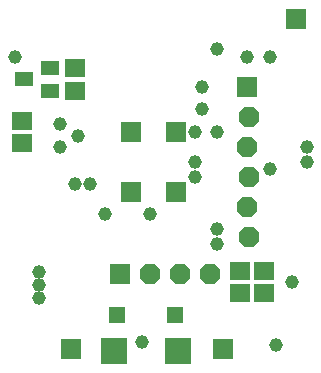
<source format=gbs>
G75*
%MOIN*%
%OFA0B0*%
%FSLAX25Y25*%
%IPPOS*%
%LPD*%
%AMOC8*
5,1,8,0,0,1.08239X$1,22.5*
%
%ADD10R,0.06800X0.06800*%
%ADD11OC8,0.06800*%
%ADD12R,0.06706X0.07099*%
%ADD13R,0.08674X0.08674*%
%ADD14C,0.04934*%
%ADD15R,0.05524X0.05524*%
%ADD16R,0.07099X0.05918*%
%ADD17R,0.06312X0.04737*%
%ADD18C,0.04562*%
D10*
X0035500Y0012300D03*
X0051900Y0037400D03*
X0086400Y0012300D03*
X0094300Y0099800D03*
X0110500Y0122300D03*
D11*
X0094925Y0089800D03*
X0094300Y0079800D03*
X0094925Y0069800D03*
X0094300Y0059800D03*
X0094925Y0049800D03*
X0081900Y0037400D03*
X0071900Y0037400D03*
X0061900Y0037400D03*
D12*
X0055520Y0064661D03*
X0070480Y0064661D03*
X0070480Y0084739D03*
X0055520Y0084739D03*
D13*
X0049872Y0011693D03*
X0071328Y0011693D03*
D14*
X0070147Y0023622D03*
X0051053Y0023622D03*
D15*
X0051038Y0023640D03*
X0070148Y0023640D03*
D16*
X0091800Y0031060D03*
X0091800Y0038540D03*
X0099900Y0038540D03*
X0099900Y0031060D03*
X0036800Y0098560D03*
X0036800Y0106040D03*
X0019300Y0088540D03*
X0019300Y0081060D03*
D17*
X0028631Y0098560D03*
X0028631Y0106040D03*
X0019969Y0102300D03*
D18*
X0024800Y0029300D03*
X0024800Y0033700D03*
X0024800Y0038100D03*
X0046800Y0057300D03*
X0041800Y0067300D03*
X0036800Y0067300D03*
X0031800Y0079800D03*
X0037900Y0083500D03*
X0031800Y0087300D03*
X0016800Y0109800D03*
X0061800Y0057300D03*
X0076800Y0069800D03*
X0076800Y0074800D03*
X0076800Y0084800D03*
X0076800Y0084800D03*
X0079300Y0092300D03*
X0084300Y0084800D03*
X0079300Y0099800D03*
X0084300Y0112300D03*
X0094300Y0109800D03*
X0101800Y0109800D03*
X0114300Y0079800D03*
X0114300Y0074800D03*
X0101800Y0072300D03*
X0084300Y0052300D03*
X0084300Y0047300D03*
X0109300Y0034800D03*
X0104100Y0013600D03*
X0059300Y0014800D03*
M02*

</source>
